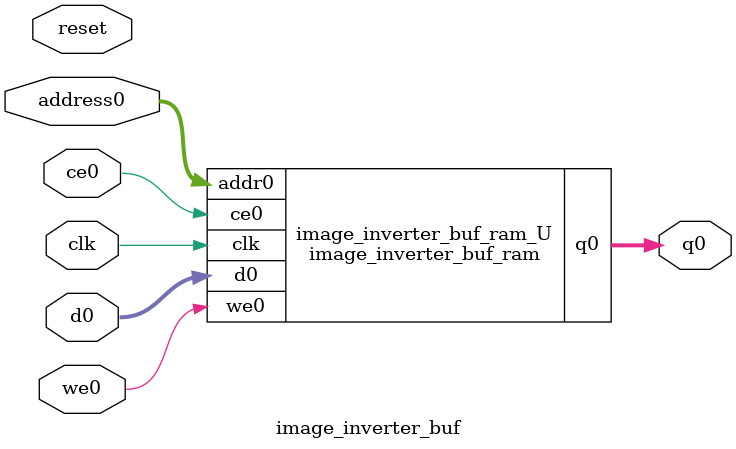
<source format=v>

`timescale 1 ns / 1 ps
module image_inverter_buf_ram (addr0, ce0, d0, we0, q0,  clk);

parameter DWIDTH = 32;
parameter AWIDTH = 4;
parameter MEM_SIZE = 16;

input[AWIDTH-1:0] addr0;
input ce0;
input[DWIDTH-1:0] d0;
input we0;
output reg[DWIDTH-1:0] q0;
input clk;

(* ram_style = "distributed" *)reg [DWIDTH-1:0] ram[MEM_SIZE-1:0];




always @(posedge clk)  
begin 
    if (ce0) 
    begin
        if (we0) 
        begin 
            ram[addr0] <= d0; 
            q0 <= d0;
        end 
        else 
            q0 <= ram[addr0];
    end
end


endmodule


`timescale 1 ns / 1 ps
module image_inverter_buf(
    reset,
    clk,
    address0,
    ce0,
    we0,
    d0,
    q0);

parameter DataWidth = 32'd32;
parameter AddressRange = 32'd16;
parameter AddressWidth = 32'd4;
input reset;
input clk;
input[AddressWidth - 1:0] address0;
input ce0;
input we0;
input[DataWidth - 1:0] d0;
output[DataWidth - 1:0] q0;




image_inverter_buf_ram image_inverter_buf_ram_U(
    .clk( clk ),
    .addr0( address0 ),
    .ce0( ce0 ),
    .d0( d0 ),
    .we0( we0 ),
    .q0( q0 ));

endmodule


</source>
